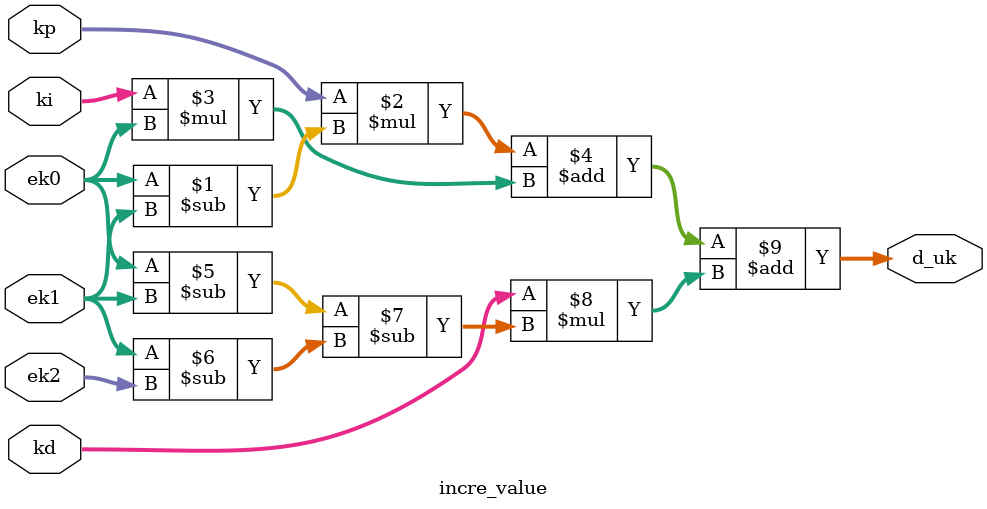
<source format=v>
module  incre_value(
	input		signed [11:0]		  ek0	, // e(k)
	input		signed [11:0]		  ek1	, // e(k-1)
	input		signed [11:0]		  ek2	, // e(k-2)
	input		[3:0]		  kp	, // 比例系数
	input	    [3:0]		  ki	, // 积分系数
	input		[3:0]		  kd	, // 微分系数
	output		signed [16:0]		 d_uk	  // pid增量
);
 
assign  d_uk = kp*(ek0 -ek1) + ki*ek0 + kd*((ek0 - ek1)-(ek1 - ek2)); // 计算pid增量
 
endmodule
</source>
